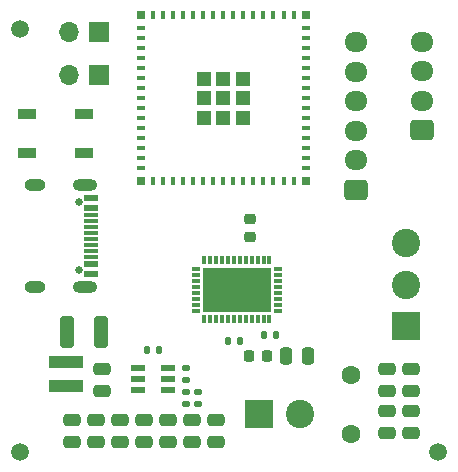
<source format=gbr>
%TF.GenerationSoftware,KiCad,Pcbnew,8.0.5*%
%TF.CreationDate,2024-09-12T14:04:12+03:00*%
%TF.ProjectId,Small_ESC,536d616c-6c5f-4455-9343-2e6b69636164,rev?*%
%TF.SameCoordinates,Original*%
%TF.FileFunction,Soldermask,Top*%
%TF.FilePolarity,Negative*%
%FSLAX46Y46*%
G04 Gerber Fmt 4.6, Leading zero omitted, Abs format (unit mm)*
G04 Created by KiCad (PCBNEW 8.0.5) date 2024-09-12 14:04:12*
%MOMM*%
%LPD*%
G01*
G04 APERTURE LIST*
G04 Aperture macros list*
%AMRoundRect*
0 Rectangle with rounded corners*
0 $1 Rounding radius*
0 $2 $3 $4 $5 $6 $7 $8 $9 X,Y pos of 4 corners*
0 Add a 4 corners polygon primitive as box body*
4,1,4,$2,$3,$4,$5,$6,$7,$8,$9,$2,$3,0*
0 Add four circle primitives for the rounded corners*
1,1,$1+$1,$2,$3*
1,1,$1+$1,$4,$5*
1,1,$1+$1,$6,$7*
1,1,$1+$1,$8,$9*
0 Add four rect primitives between the rounded corners*
20,1,$1+$1,$2,$3,$4,$5,0*
20,1,$1+$1,$4,$5,$6,$7,0*
20,1,$1+$1,$6,$7,$8,$9,0*
20,1,$1+$1,$8,$9,$2,$3,0*%
G04 Aperture macros list end*
%ADD10RoundRect,0.225000X-0.225000X-0.250000X0.225000X-0.250000X0.225000X0.250000X-0.225000X0.250000X0*%
%ADD11RoundRect,0.250000X0.475000X-0.250000X0.475000X0.250000X-0.475000X0.250000X-0.475000X-0.250000X0*%
%ADD12RoundRect,0.140000X0.140000X0.170000X-0.140000X0.170000X-0.140000X-0.170000X0.140000X-0.170000X0*%
%ADD13C,1.500000*%
%ADD14R,3.000000X1.000000*%
%ADD15R,1.250000X0.600000*%
%ADD16RoundRect,0.250000X-0.475000X0.250000X-0.475000X-0.250000X0.475000X-0.250000X0.475000X0.250000X0*%
%ADD17O,1.800000X1.000000*%
%ADD18O,2.100000X1.000000*%
%ADD19R,1.150000X0.600000*%
%ADD20R,1.150000X0.300000*%
%ADD21C,0.650000*%
%ADD22RoundRect,0.250000X0.725000X-0.600000X0.725000X0.600000X-0.725000X0.600000X-0.725000X-0.600000X0*%
%ADD23O,1.950000X1.700000*%
%ADD24RoundRect,0.140000X0.170000X-0.140000X0.170000X0.140000X-0.170000X0.140000X-0.170000X-0.140000X0*%
%ADD25R,0.800000X0.400000*%
%ADD26R,0.400000X0.800000*%
%ADD27R,1.200000X1.200000*%
%ADD28R,0.800000X0.800000*%
%ADD29R,1.500000X0.900000*%
%ADD30RoundRect,0.135000X0.185000X-0.135000X0.185000X0.135000X-0.185000X0.135000X-0.185000X-0.135000X0*%
%ADD31RoundRect,0.250000X-0.325000X-1.100000X0.325000X-1.100000X0.325000X1.100000X-0.325000X1.100000X0*%
%ADD32R,2.400000X2.400000*%
%ADD33C,2.400000*%
%ADD34R,1.700000X1.700000*%
%ADD35O,1.700000X1.700000*%
%ADD36RoundRect,0.225000X-0.250000X0.225000X-0.250000X-0.225000X0.250000X-0.225000X0.250000X0.225000X0*%
%ADD37R,0.300000X0.800000*%
%ADD38R,0.800000X0.300000*%
%ADD39R,5.800000X3.800000*%
%ADD40RoundRect,0.140000X-0.140000X-0.170000X0.140000X-0.170000X0.140000X0.170000X-0.140000X0.170000X0*%
%ADD41RoundRect,0.250000X-0.250000X-0.475000X0.250000X-0.475000X0.250000X0.475000X-0.250000X0.475000X0*%
%ADD42C,1.600000*%
G04 APERTURE END LIST*
D10*
%TO.C,C18*%
X22365000Y9652000D03*
X20815000Y9652000D03*
%TD*%
D11*
%TO.C,C31*%
X9868000Y4252000D03*
X9868000Y2352000D03*
%TD*%
%TO.C,C27*%
X13932000Y4252000D03*
X13932000Y2352000D03*
%TD*%
D12*
%TO.C,C22*%
X22126000Y11430000D03*
X23086000Y11430000D03*
%TD*%
D13*
%TO.C,FID1*%
X1422400Y37338000D03*
%TD*%
D14*
%TO.C,L1*%
X5334000Y7128000D03*
X5334000Y9128000D03*
%TD*%
D15*
%TO.C,PS1*%
X11470000Y8636000D03*
X11470000Y7686000D03*
X11470000Y6736000D03*
X13970000Y6736000D03*
X13970000Y7686000D03*
X13970000Y8636000D03*
%TD*%
D16*
%TO.C,C15*%
X34544000Y3114000D03*
X34544000Y5014000D03*
%TD*%
D11*
%TO.C,C32*%
X11900000Y4252000D03*
X11900000Y2352000D03*
%TD*%
D16*
%TO.C,C3*%
X8382000Y6670000D03*
X8382000Y8570000D03*
%TD*%
%TO.C,C14*%
X32512000Y3114000D03*
X32512000Y5014000D03*
%TD*%
D17*
%TO.C,J1*%
X2735000Y15492000D03*
D18*
X6915000Y15492000D03*
D17*
X2735000Y24132000D03*
D18*
X6915000Y24132000D03*
D19*
X7490000Y23012000D03*
X7490000Y22212000D03*
D20*
X7490000Y21562000D03*
X7490000Y20562000D03*
X7490000Y19062000D03*
X7490000Y18062000D03*
D19*
X7490000Y17412000D03*
X7490000Y16612000D03*
X7490000Y16612000D03*
X7490000Y17412000D03*
D20*
X7490000Y18562000D03*
X7490000Y19562000D03*
X7490000Y20062000D03*
X7490000Y21062000D03*
D19*
X7490000Y22212000D03*
X7490000Y23012000D03*
D21*
X6415000Y16922000D03*
X6415000Y22702000D03*
%TD*%
D22*
%TO.C,J4*%
X35514000Y28762000D03*
D23*
X35514000Y31262000D03*
X35514000Y33762000D03*
X35514000Y36262000D03*
%TD*%
D22*
%TO.C,J5*%
X29926000Y23722000D03*
D23*
X29926000Y26222000D03*
X29926000Y28722000D03*
X29926000Y31222000D03*
X29926000Y33722000D03*
X29926000Y36222000D03*
%TD*%
D24*
%TO.C,C2*%
X16510000Y6576000D03*
X16510000Y5616000D03*
%TD*%
D25*
%TO.C,IC2*%
X11654000Y37431000D03*
X11654000Y36581000D03*
X11654000Y35731000D03*
X11654000Y34881000D03*
X11654000Y34031000D03*
X11654000Y33181000D03*
X11654000Y32331000D03*
X11654000Y31481000D03*
X11654000Y30631000D03*
X11654000Y29781000D03*
X11654000Y28931000D03*
X11654000Y28081000D03*
X11654000Y27231000D03*
X11654000Y26381000D03*
X11654000Y25531000D03*
D26*
X12704000Y24481000D03*
X13554000Y24481000D03*
X14404000Y24481000D03*
X15254000Y24481000D03*
X16104000Y24481000D03*
X16954000Y24481000D03*
X17804000Y24481000D03*
X18654000Y24481000D03*
X19504000Y24481000D03*
X20354000Y24481000D03*
X21204000Y24481000D03*
X22054000Y24481000D03*
X22904000Y24481000D03*
X23754000Y24481000D03*
X24604000Y24481000D03*
D25*
X25654000Y25531000D03*
X25654000Y26381000D03*
X25654000Y27231000D03*
X25654000Y28081000D03*
X25654000Y28931000D03*
X25654000Y29781000D03*
X25654000Y30631000D03*
X25654000Y31481000D03*
X25654000Y32331000D03*
X25654000Y33181000D03*
X25654000Y34031000D03*
X25654000Y34881000D03*
X25654000Y35731000D03*
X25654000Y36581000D03*
X25654000Y37431000D03*
D26*
X24604000Y38481000D03*
X23754000Y38481000D03*
X22904000Y38481000D03*
X22054000Y38481000D03*
X21204000Y38481000D03*
X20354000Y38481000D03*
X19504000Y38481000D03*
X18654000Y38481000D03*
X17804000Y38481000D03*
X16954000Y38481000D03*
X16104000Y38481000D03*
X15254000Y38481000D03*
X14404000Y38481000D03*
X13554000Y38481000D03*
X12704000Y38481000D03*
D27*
X18654000Y31481000D03*
D28*
X11654000Y38481000D03*
X11654000Y24481000D03*
X25654000Y24481000D03*
X25654000Y38481000D03*
D27*
X17004000Y33131000D03*
X17004000Y31481000D03*
X17004000Y29831000D03*
X18654000Y29831000D03*
X20304000Y29831000D03*
X20304000Y31481000D03*
X20304000Y33131000D03*
X18654000Y33131000D03*
%TD*%
D29*
%TO.C,D2*%
X1995000Y30098000D03*
X1995000Y26798000D03*
X6895000Y26798000D03*
X6895000Y30098000D03*
%TD*%
D30*
%TO.C,R1*%
X15494000Y5586000D03*
X15494000Y6606000D03*
%TD*%
D31*
%TO.C,C4*%
X8333000Y11684000D03*
X5383000Y11684000D03*
%TD*%
D11*
%TO.C,C12*%
X34544000Y8570000D03*
X34544000Y6670000D03*
%TD*%
D32*
%TO.C,J2*%
X34098000Y12192000D03*
D33*
X34098000Y15692000D03*
X34098000Y19192000D03*
%TD*%
D30*
%TO.C,R2*%
X15494000Y7618000D03*
X15494000Y8638000D03*
%TD*%
D34*
%TO.C,SW2*%
X8133000Y37084000D03*
D35*
X5593000Y37084000D03*
%TD*%
D34*
%TO.C,SW1*%
X8133000Y33401000D03*
D35*
X5593000Y33401000D03*
%TD*%
D12*
%TO.C,C1*%
X12220000Y10160000D03*
X13180000Y10160000D03*
%TD*%
D36*
%TO.C,C9*%
X20878800Y19697400D03*
X20878800Y21247400D03*
%TD*%
D13*
%TO.C,FID3*%
X36830000Y1524000D03*
%TD*%
D11*
%TO.C,C28*%
X15964000Y4252000D03*
X15964000Y2352000D03*
%TD*%
D37*
%TO.C,IC1*%
X17062000Y12740000D03*
X17562000Y12740000D03*
X18062000Y12740000D03*
X18562000Y12740000D03*
X19062000Y12740000D03*
X19562000Y12740000D03*
X20062000Y12740000D03*
X20562000Y12740000D03*
X21062000Y12740000D03*
X21562000Y12740000D03*
X22062000Y12740000D03*
X22562000Y12740000D03*
D38*
X23312000Y13490000D03*
X23312000Y13990000D03*
X23312000Y14490000D03*
X23312000Y14990000D03*
X23312000Y15490000D03*
X23312000Y15990000D03*
X23312000Y16490000D03*
X23312000Y16990000D03*
D37*
X22562000Y17740000D03*
X22062000Y17740000D03*
X21562000Y17740000D03*
X21062000Y17740000D03*
X20562000Y17740000D03*
X20062000Y17740000D03*
X19562000Y17740000D03*
X19062000Y17740000D03*
X18562000Y17740000D03*
X18062000Y17740000D03*
X17562000Y17740000D03*
X17062000Y17740000D03*
D38*
X16312000Y16990000D03*
X16312000Y16490000D03*
X16312000Y15990000D03*
X16312000Y15490000D03*
X16312000Y14990000D03*
X16312000Y14490000D03*
X16312000Y13990000D03*
X16312000Y13490000D03*
D39*
X19812000Y15240000D03*
%TD*%
D40*
%TO.C,C19*%
X20038000Y10871200D03*
X19078000Y10871200D03*
%TD*%
D13*
%TO.C,FID2*%
X1422400Y1524000D03*
%TD*%
D41*
%TO.C,C21*%
X25842000Y9652000D03*
X23942000Y9652000D03*
%TD*%
D11*
%TO.C,C29*%
X32512000Y8570000D03*
X32512000Y6670000D03*
%TD*%
D42*
%TO.C,C16*%
X29464000Y3048000D03*
X29464000Y8048000D03*
%TD*%
D32*
%TO.C,J3*%
X21646000Y4764000D03*
D33*
X25146000Y4764000D03*
%TD*%
D11*
%TO.C,C11*%
X5842000Y4252000D03*
X5842000Y2352000D03*
%TD*%
%TO.C,C30*%
X7874000Y4252000D03*
X7874000Y2352000D03*
%TD*%
%TO.C,C10*%
X17996000Y4252000D03*
X17996000Y2352000D03*
%TD*%
M02*

</source>
